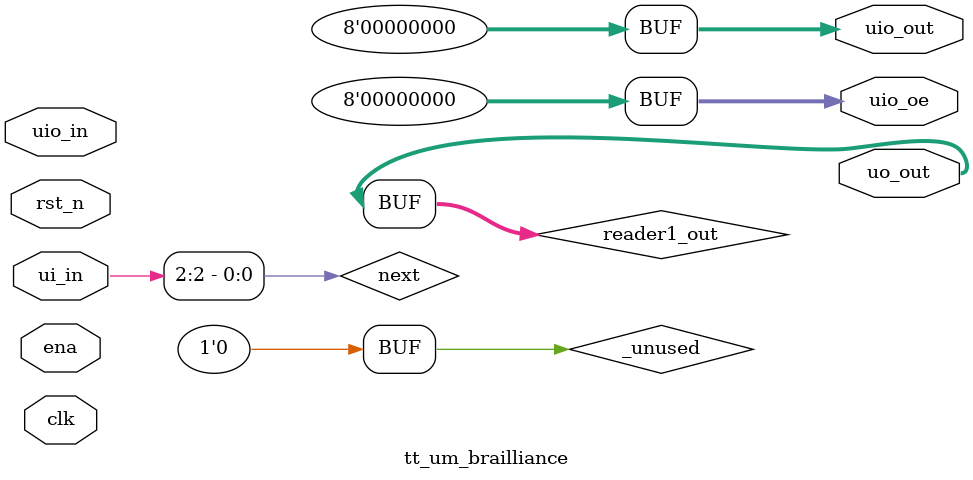
<source format=v>
`default_nettype none

module tt_um_brailliance (
    input  wire [7:0] ui_in,    // Dedicated inputs
    output wire [7:0] uo_out,   // Dedicated outputs
    input  wire [7:0] uio_in,   // IOs: Input path (unused)
    output wire [7:0] uio_out,  // IOs: Output path (unused)
    output wire [7:0] uio_oe,   // IOs: Enable path (unused, set to input mode)
    input  wire       ena,      // always 1 when the design is powered, ignore it
    input  wire       clk,      // clock input
    input  wire       rst_n     // reset_n - active low reset input
);

  // Internal signals
  wire reset = ~rst_n;         // Invert the active-low reset signal
  wire [7:0] reader1_out;      // Output from internal logic (to be defined)
  wire next = ui_in[2];        // 'next' signal input from ui_in[2]

  // Map reader1_out to the dedicated outputs
  assign uo_out = reader1_out;

  // Assign unused IO pins to zero
  assign uio_out = 8'b0;
  assign uio_oe  = 8'b0;       // Set bidirectional pins to input mode (0=input)

  // List all unused inputs to prevent warnings
  wire _unused = &{ena, uio_in, ui_in[7:3], 1'b0};

endmodule

</source>
